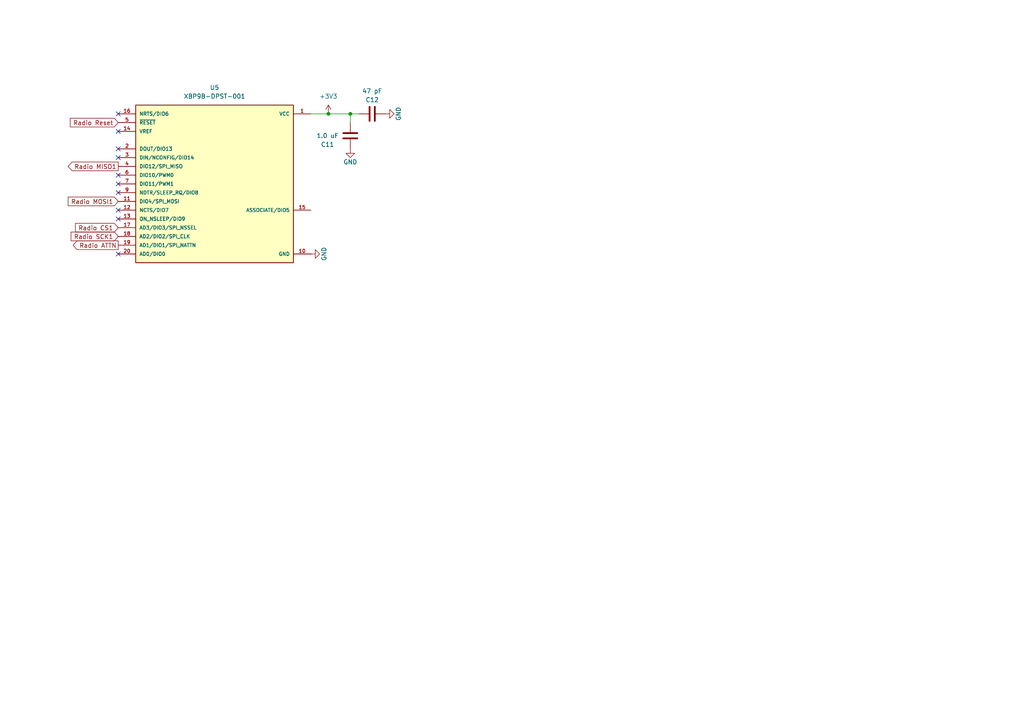
<source format=kicad_sch>
(kicad_sch (version 20231120) (generator "eeschema") (generator_version "8.0")
  (paper "A4")
  (lib_symbols
    (symbol "Device:C" (pin_numbers hide) (pin_names (offset 0.254))
      (property "Reference" "C" (at 0.635 2.54 0))
      (property "Value" "C" (at 0.635 -2.54 0))
      (symbol "C_0_1"
        (polyline (pts (xy -2.032 -0.762) (xy 2.032 -0.762)) (stroke (width 0.508)))
        (polyline (pts (xy -2.032 0.762) (xy 2.032 0.762)) (stroke (width 0.508)))
      )
      (symbol "C_1_1"
        (pin passive line (at 0 3.81 270) (length 2.794) (name "~") (number "1"))
        (pin passive line (at 0 -3.81 90) (length 2.794) (name "~") (number "2"))
      )
    )
    (symbol "FS_3_Global_Symbol_Library:XBP9B-DPST-001" (pin_names (offset 1.016))
      (property "Reference" "U" (at -22.9283 25.476 0))
      (property "Value" "XBP9B-DPST-001" (at -22.8929 -25.4366 0))
      (symbol "XBP9B-DPST-001_0_0"
        (rectangle (start -22.86 -22.86) (end 22.86 22.86) (stroke (width 0.254)) (fill (type background)))
        (pin power_in line (at 27.94 20.32 180) (length 5.08) (name "VCC") (number "1"))
        (pin power_in line (at 27.94 -20.32 180) (length 5.08) (name "GND") (number "10"))
        (pin bidirectional line (at -27.94 -5.08 0) (length 5.08) (name "DIO4/SPI_MOSI") (number "11"))
        (pin bidirectional line (at -27.94 -7.62 0) (length 5.08) (name "NCTS/DIO7") (number "12"))
        (pin bidirectional line (at -27.94 -10.16 0) (length 5.08) (name "ON_NSLEEP/DIO9") (number "13"))
        (pin input line (at -27.94 15.24 0) (length 5.08) (name "VREF") (number "14"))
        (pin output line (at 27.94 -7.62 180) (length 5.08) (name "ASSOCIATE/DIO5") (number "15"))
        (pin input line (at -27.94 20.32 0) (length 5.08) (name "NRTS/DIO6") (number "16"))
        (pin bidirectional line (at -27.94 -12.7 0) (length 5.08) (name "AD3/DIO3/SPI_NSSEL") (number "17"))
        (pin bidirectional line (at -27.94 -15.24 0) (length 5.08) (name "AD2/DIO2/SPI_CLK") (number "18"))
        (pin bidirectional line (at -27.94 -17.78 0) (length 5.08) (name "AD1/DIO1/SPI_NATTN") (number "19"))
        (pin bidirectional line (at -27.94 10.16 0) (length 5.08) (name "DOUT/DIO13") (number "2"))
        (pin bidirectional line (at -27.94 -20.32 0) (length 5.08) (name "AD0/DIO0") (number "20"))
        (pin bidirectional line (at -27.94 7.62 0) (length 5.08) (name "DIN/NCONFIG/DIO14") (number "3"))
        (pin bidirectional line (at -27.94 5.08 0) (length 5.08) (name "DIO12/SPI_MISO") (number "4"))
        (pin input line (at -27.94 17.78 0) (length 5.08) (name "~{RESET}") (number "5"))
        (pin bidirectional line (at -27.94 2.54 0) (length 5.08) (name "DIO10/PWM0") (number "6"))
        (pin bidirectional line (at -27.94 0 0) (length 5.08) (name "DIO11/PWM1") (number "7"))
        (pin bidirectional line (at -27.94 -2.54 0) (length 5.08) (name "NDTR/SLEEP_RQ/DIO8") (number "9"))
      )
    )
    (symbol "power:+3V3" (power) (pin_numbers hide) (pin_names (offset 0) hide)
      (property "Value" "+3V3" (at 0 3.556 0))
      (symbol "+3V3_0_1"
        (polyline (pts (xy -0.762 1.27) (xy 0 2.54)))
        (polyline (pts (xy 0 0) (xy 0 2.54)))
        (polyline (pts (xy 0 2.54) (xy 0.762 1.27)))
      )
      (symbol "+3V3_1_1"
        (pin power_in line (at 0 0 90) (length 0) (name "~") (number "1"))
      )
    )
    (symbol "power:GND" (power) (pin_numbers hide) (pin_names (offset 0) hide)
      (property "Value" "GND" (at 0 -3.81 0))
      (symbol "GND_0_1"
        (polyline (pts (xy 0 0) (xy 0 -1.27) (xy 1.27 -1.27) (xy 0 -2.54) (xy -1.27 -1.27) (xy 0 -1.27)))
      )
      (symbol "GND_1_1"
        (pin power_in line (at 0 0 270) (length 0) (name "~") (number "1"))
      )
    )
  )
  (junction (at 95.25 33.02))
  (junction (at 101.6 33.02))
  (no_connect (at 34.29 73.66))
  (no_connect (at 34.29 63.5))
  (no_connect (at 34.29 45.72))
  (no_connect (at 34.29 60.96))
  (no_connect (at 34.29 43.18))
  (no_connect (at 34.29 50.8))
  (no_connect (at 34.29 53.34))
  (no_connect (at 34.29 38.1))
  (no_connect (at 34.29 33.02))
  (no_connect (at 34.29 55.88))
  (wire (pts (xy 101.6 33.02) (xy 104.14 33.02)))
  (wire (pts (xy 95.25 33.02) (xy 101.6 33.02)))
  (wire (pts (xy 101.6 33.02) (xy 101.6 35.56)))
  (wire (pts (xy 90.17 33.02) (xy 95.25 33.02)))
  (global_label "Radio CS1" (shape input) (at 34.29 66.04 180) (property "Intersheetrefs" "${INTERSHEET_REFS}" (effects (hide yes))))
  (global_label "Radio ATTN" (shape output) (at 34.29 71.12 180) (property "Intersheetrefs" "${INTERSHEET_REFS}" (effects (hide yes))))
  (global_label "Radio Reset" (shape input) (at 34.29 35.56 180) (property "Intersheetrefs" "${INTERSHEET_REFS}" (effects (hide yes))))
  (global_label "Radio MOSI1" (shape input) (at 34.29 58.42 180) (property "Intersheetrefs" "${INTERSHEET_REFS}" (effects (hide yes))))
  (global_label "Radio MISO1" (shape output) (at 34.29 48.26 180) (property "Intersheetrefs" "${INTERSHEET_REFS}" (effects (hide yes))))
  (global_label "Radio SCK1" (shape input) (at 34.29 68.58 180) (property "Intersheetrefs" "${INTERSHEET_REFS}" (effects (hide yes))))
  (symbol (lib_id "power:GND") (at 111.76 33.02 90) (unit 1)
    (property "Reference" "#PWR055" (effects (hide yes)))
    (property "Value" "GND" (at 115.57 33.02 0))
  )
  (symbol (lib_id "power:GND") (at 101.6 43.18 0) (unit 1)
    (property "Reference" "#PWR054" (effects (hide yes)))
    (property "Value" "GND" (at 101.6 46.99 0))
  )
  (symbol (lib_id "power:+3V3") (at 95.25 33.02 0) (unit 1)
    (property "Reference" "#PWR053" (effects (hide yes)))
    (property "Value" "+3V3" (at 95.25 27.94 0))
    (property "Description" "Power symbol creates a global label with name \"+3V3\"" (effects (hide yes)))
  )
  (symbol (lib_id "FS_3_Global_Symbol_Library:XBP9B-DPST-001") (at 62.23 53.34 0) (unit 1)
    (property "Reference" "U5" (at 62.23 25.4 0))
    (property "Value" "XBP9B-DPST-001" (at 62.23 27.94 0))
    (property "Footprint" "XBP9B-DPST-001:DIP2200W51P200L3294H279Q20P" (effects (hide yes)))
    (property "Datasheet" "https://www.digi.com/resources/documentation/digidocs/pdfs/90002173.pdf" (effects (hide yes)))
    (property "Description" "General ISM < 1GHz Transceiver Module 900MHz" (effects (hide yes)))
    (property "MANUFACTURER" "Digi International" (effects (hide yes)))
  )
  (symbol (lib_id "Device:C") (at 101.6 39.37 0) (unit 1)
    (property "Reference" "C11" (at 94.996 41.91 0))
    (property "Value" "1.0 uF" (at 94.996 39.37 0))
    (property "Footprint" "Capacitor_SMD:C_0805_2012Metric_Pad1.18x1.45mm_HandSolder" (effects (hide yes)))
  )
  (symbol (lib_id "power:GND") (at 90.17 73.66 90) (unit 1)
    (property "Reference" "#PWR052" (effects (hide yes)))
    (property "Value" "GND" (at 93.98 73.66 0))
  )
  (symbol (lib_id "Device:C") (at 107.95 33.02 90) (unit 1)
    (property "Reference" "C12" (at 107.95 28.956 90))
    (property "Value" "47 pF" (at 107.95 26.416 90))
    (property "Footprint" "Capacitor_SMD:C_0805_2012Metric_Pad1.18x1.45mm_HandSolder" (effects (hide yes)))
  )
)
</source>
